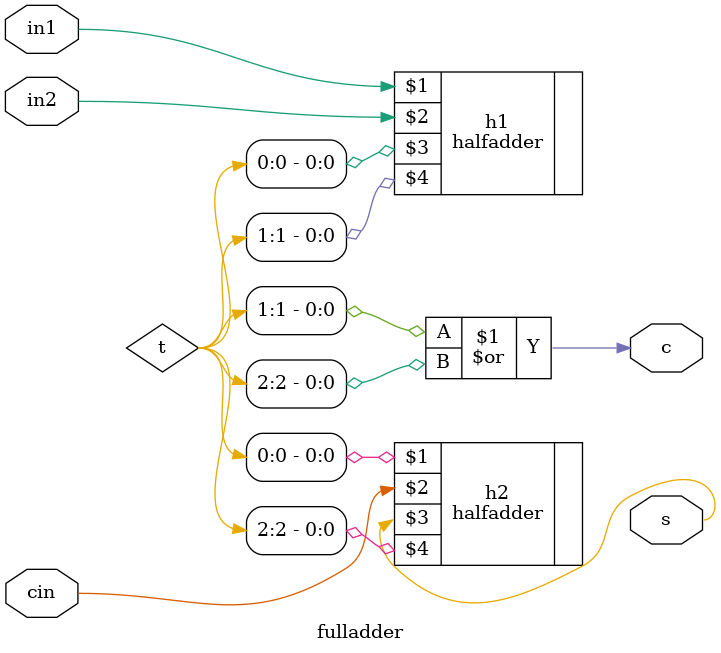
<source format=v>
`timescale 1ns / 1ps


module fulladder(
input in1,in2,cin,

output s,c
    );

wire [2:0]t;    
    halfadder h1(in1,in2,t[0],t[1]);
    halfadder h2(t[0],cin,s,t[2]);
    assign c=t[1]|t[2];
    
endmodule

</source>
